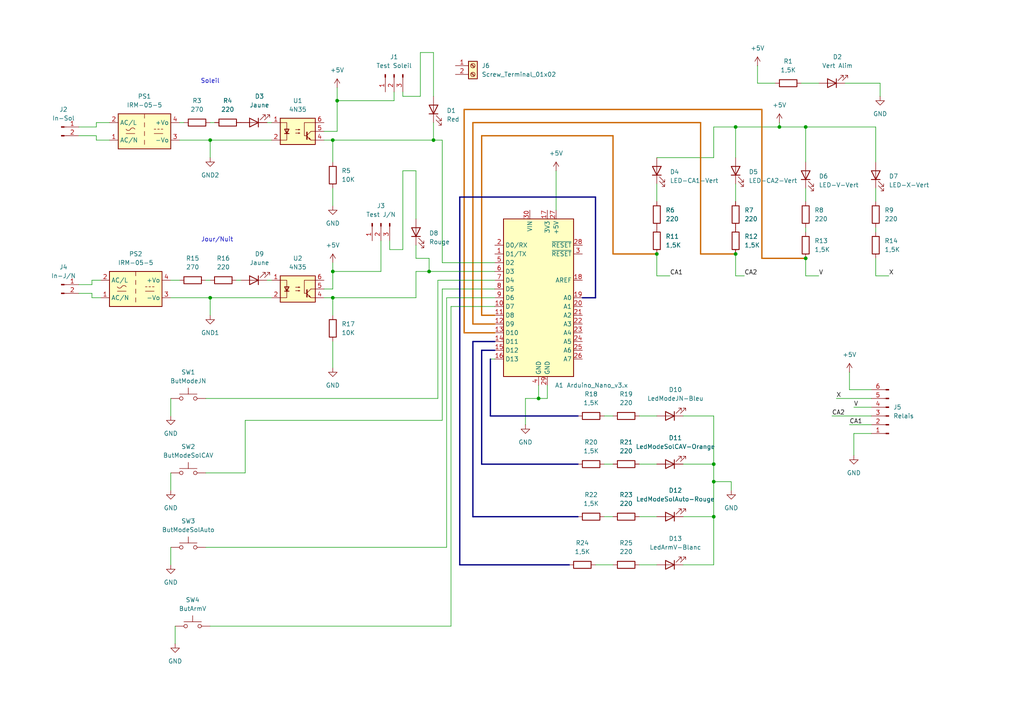
<source format=kicad_sch>
(kicad_sch (version 20231120) (generator "eeschema") (generator_version "8.0")
  (paper "A4")
  (lib_symbols
    (symbol "Connector:Conn_01x02_Pin" (pin_names (offset 1.016) hide)
      (property "Reference" "J" (at 0 2.54 0))
      (property "Value" "Conn_01x02_Pin" (at 0 -5.08 0))
      (symbol "Conn_01x02_Pin_1_1"
        (polyline (pts (xy 1.27 -2.54) (xy 0.8636 -2.54)) (stroke (width 0.1524)))
        (polyline (pts (xy 1.27 0) (xy 0.8636 0)) (stroke (width 0.1524)))
        (rectangle (start 0.8636 -2.413) (end 0 -2.667) (stroke (width 0.1524)) (fill (type outline)))
        (rectangle (start 0.8636 0.127) (end 0 -0.127) (stroke (width 0.1524)) (fill (type outline)))
        (pin passive line (at 5.08 0 180) (length 3.81) (name "Pin_1") (number "1"))
        (pin passive line (at 5.08 -2.54 180) (length 3.81) (name "Pin_2") (number "2"))
      )
    )
    (symbol "Connector:Conn_01x03_Pin" (pin_names (offset 1.016) hide)
      (property "Reference" "J" (at 0 5.08 0))
      (property "Value" "Conn_01x03_Pin" (at 0 -5.08 0))
      (symbol "Conn_01x03_Pin_1_1"
        (polyline (pts (xy 1.27 -2.54) (xy 0.8636 -2.54)) (stroke (width 0.1524)))
        (polyline (pts (xy 1.27 0) (xy 0.8636 0)) (stroke (width 0.1524)))
        (polyline (pts (xy 1.27 2.54) (xy 0.8636 2.54)) (stroke (width 0.1524)))
        (rectangle (start 0.8636 -2.413) (end 0 -2.667) (stroke (width 0.1524)) (fill (type outline)))
        (rectangle (start 0.8636 0.127) (end 0 -0.127) (stroke (width 0.1524)) (fill (type outline)))
        (rectangle (start 0.8636 2.667) (end 0 2.413) (stroke (width 0.1524)) (fill (type outline)))
        (pin passive line (at 5.08 2.54 180) (length 3.81) (name "Pin_1") (number "1"))
        (pin passive line (at 5.08 0 180) (length 3.81) (name "Pin_2") (number "2"))
        (pin passive line (at 5.08 -2.54 180) (length 3.81) (name "Pin_3") (number "3"))
      )
    )
    (symbol "Connector:Conn_01x06_Pin" (pin_names (offset 1.016) hide)
      (property "Reference" "J" (at 0 7.62 0))
      (property "Value" "Conn_01x06_Pin" (at 0 -10.16 0))
      (symbol "Conn_01x06_Pin_1_1"
        (polyline (pts (xy 1.27 -7.62) (xy 0.8636 -7.62)) (stroke (width 0.1524)))
        (polyline (pts (xy 1.27 -5.08) (xy 0.8636 -5.08)) (stroke (width 0.1524)))
        (polyline (pts (xy 1.27 -2.54) (xy 0.8636 -2.54)) (stroke (width 0.1524)))
        (polyline (pts (xy 1.27 0) (xy 0.8636 0)) (stroke (width 0.1524)))
        (polyline (pts (xy 1.27 2.54) (xy 0.8636 2.54)) (stroke (width 0.1524)))
        (polyline (pts (xy 1.27 5.08) (xy 0.8636 5.08)) (stroke (width 0.1524)))
        (rectangle (start 0.8636 -7.493) (end 0 -7.747) (stroke (width 0.1524)) (fill (type outline)))
        (rectangle (start 0.8636 -4.953) (end 0 -5.207) (stroke (width 0.1524)) (fill (type outline)))
        (rectangle (start 0.8636 -2.413) (end 0 -2.667) (stroke (width 0.1524)) (fill (type outline)))
        (rectangle (start 0.8636 0.127) (end 0 -0.127) (stroke (width 0.1524)) (fill (type outline)))
        (rectangle (start 0.8636 2.667) (end 0 2.413) (stroke (width 0.1524)) (fill (type outline)))
        (rectangle (start 0.8636 5.207) (end 0 4.953) (stroke (width 0.1524)) (fill (type outline)))
        (pin passive line (at 5.08 5.08 180) (length 3.81) (name "Pin_1") (number "1"))
        (pin passive line (at 5.08 2.54 180) (length 3.81) (name "Pin_2") (number "2"))
        (pin passive line (at 5.08 0 180) (length 3.81) (name "Pin_3") (number "3"))
        (pin passive line (at 5.08 -2.54 180) (length 3.81) (name "Pin_4") (number "4"))
        (pin passive line (at 5.08 -5.08 180) (length 3.81) (name "Pin_5") (number "5"))
        (pin passive line (at 5.08 -7.62 180) (length 3.81) (name "Pin_6") (number "6"))
      )
    )
    (symbol "Connector:Screw_Terminal_01x02" (pin_names (offset 1.016) hide)
      (property "Reference" "J" (at 0 2.54 0))
      (property "Value" "Screw_Terminal_01x02" (at 0 -5.08 0))
      (symbol "Screw_Terminal_01x02_1_1"
        (rectangle (start -1.27 1.27) (end 1.27 -3.81) (stroke (width 0.254)) (fill (type background)))
        (circle (center 0 -2.54) (radius 0.635) (stroke (width 0.1524)))
        (polyline (pts (xy -0.5334 -2.2098) (xy 0.3302 -3.048)) (stroke (width 0.1524)))
        (polyline (pts (xy -0.5334 0.3302) (xy 0.3302 -0.508)) (stroke (width 0.1524)))
        (polyline (pts (xy -0.3556 -2.032) (xy 0.508 -2.8702)) (stroke (width 0.1524)))
        (polyline (pts (xy -0.3556 0.508) (xy 0.508 -0.3302)) (stroke (width 0.1524)))
        (circle (center 0 0) (radius 0.635) (stroke (width 0.1524)))
        (pin passive line (at -5.08 0 0) (length 3.81) (name "Pin_1") (number "1"))
        (pin passive line (at -5.08 -2.54 0) (length 3.81) (name "Pin_2") (number "2"))
      )
    )
    (symbol "Converter_ACDC:IRM-05-5"
      (property "Reference" "PS" (at 0 6.35 0))
      (property "Value" "IRM-05-5" (at 0 -6.35 0))
      (symbol "IRM-05-5_0_1"
        (rectangle (start -7.62 5.08) (end 7.62 -5.08) (stroke (width 0.254)) (fill (type background)))
        (arc (start -5.334 0.635) (mid -4.699 0.2495) (end -4.064 0.635))
        (arc (start -2.794 0.635) (mid -3.429 1.0072) (end -4.064 0.635))
        (polyline (pts (xy -5.334 -0.635) (xy -2.794 -0.635)))
        (polyline (pts (xy 0 -2.54) (xy 0 -3.81)))
        (polyline (pts (xy 0 0) (xy 0 -1.27)))
        (polyline (pts (xy 0 2.54) (xy 0 1.27)))
        (polyline (pts (xy 0 5.08) (xy 0 3.81)))
        (polyline (pts (xy 2.794 -0.635) (xy 5.334 -0.635)))
        (polyline (pts (xy 2.794 0.635) (xy 3.302 0.635)))
        (polyline (pts (xy 3.81 0.635) (xy 4.318 0.635)))
        (polyline (pts (xy 4.826 0.635) (xy 5.334 0.635)))
      )
      (symbol "IRM-05-5_1_1"
        (pin power_in line (at -10.16 -2.54 0) (length 2.54) (name "AC/N") (number "1"))
        (pin power_in line (at -10.16 2.54 0) (length 2.54) (name "AC/L") (number "2"))
        (pin power_out line (at 10.16 -2.54 180) (length 2.54) (name "-Vo") (number "3"))
        (pin power_out line (at 10.16 2.54 180) (length 2.54) (name "+Vo") (number "4"))
      )
    )
    (symbol "Device:LED" (pin_numbers hide) (pin_names (offset 1.016) hide)
      (property "Reference" "D" (at 0 2.54 0))
      (property "Value" "LED" (at 0 -2.54 0))
      (symbol "LED_0_1"
        (polyline (pts (xy -1.27 -1.27) (xy -1.27 1.27)) (stroke (width 0.254)))
        (polyline (pts (xy -1.27 0) (xy 1.27 0)))
        (polyline (pts (xy 1.27 -1.27) (xy 1.27 1.27) (xy -1.27 0) (xy 1.27 -1.27)) (stroke (width 0.254)))
        (polyline (pts (xy -3.048 -0.762) (xy -4.572 -2.286) (xy -3.81 -2.286) (xy -4.572 -2.286) (xy -4.572 -1.524)))
        (polyline (pts (xy -1.778 -0.762) (xy -3.302 -2.286) (xy -2.54 -2.286) (xy -3.302 -2.286) (xy -3.302 -1.524)))
      )
      (symbol "LED_1_1"
        (pin passive line (at -3.81 0 0) (length 2.54) (name "K") (number "1"))
        (pin passive line (at 3.81 0 180) (length 2.54) (name "A") (number "2"))
      )
    )
    (symbol "Device:R" (pin_numbers hide) (pin_names (offset 0))
      (property "Reference" "R" (at 2.032 0 90))
      (property "Value" "R" (at 0 0 90))
      (symbol "R_0_1"
        (rectangle (start -1.016 -2.54) (end 1.016 2.54) (stroke (width 0.254)))
      )
      (symbol "R_1_1"
        (pin passive line (at 0 3.81 270) (length 1.27) (name "~") (number "1"))
        (pin passive line (at 0 -3.81 90) (length 1.27) (name "~") (number "2"))
      )
    )
    (symbol "Isolator:4N35" (pin_names (offset 1.016))
      (property "Reference" "U" (at -5.08 5.08 0))
      (property "Value" "4N35" (at 0 5.08 0))
      (symbol "4N35_0_1"
        (rectangle (start -5.08 3.81) (end 5.08 -3.81) (stroke (width 0.254)) (fill (type background)))
        (polyline (pts (xy -3.81 -0.635) (xy -2.54 -0.635)) (stroke (width 0.254)))
        (polyline (pts (xy 2.667 -1.397) (xy 3.81 -2.54)))
        (polyline (pts (xy 2.667 -1.143) (xy 3.81 0)))
        (polyline (pts (xy 3.81 -2.54) (xy 5.08 -2.54)))
        (polyline (pts (xy 3.81 0) (xy 5.08 0)))
        (polyline (pts (xy 2.667 -0.254) (xy 2.667 -2.286) (xy 2.667 -2.286)) (stroke (width 0.3556)))
        (polyline (pts (xy -5.08 -2.54) (xy -3.175 -2.54) (xy -3.175 2.54) (xy -5.08 2.54)))
        (polyline (pts (xy -3.175 -0.635) (xy -3.81 0.635) (xy -2.54 0.635) (xy -3.175 -0.635)) (stroke (width 0.254)))
        (polyline (pts (xy 3.683 -2.413) (xy 3.429 -1.905) (xy 3.175 -2.159) (xy 3.683 -2.413)))
        (polyline (pts (xy 5.08 2.54) (xy 1.905 2.54) (xy 1.905 -1.27) (xy 2.54 -1.27)))
        (polyline (pts (xy -0.635 -0.508) (xy 0.635 -0.508) (xy 0.254 -0.635) (xy 0.254 -0.381) (xy 0.635 -0.508)))
        (polyline (pts (xy -0.635 0.508) (xy 0.635 0.508) (xy 0.254 0.381) (xy 0.254 0.635) (xy 0.635 0.508)))
      )
      (symbol "4N35_1_1"
        (pin passive line (at -7.62 2.54 0) (length 2.54) (name "~") (number "1"))
        (pin passive line (at -7.62 -2.54 0) (length 2.54) (name "~") (number "2"))
        (pin no_connect line (at -5.08 0 0) (length 2.54) hide (name "NC") (number "3"))
        (pin passive line (at 7.62 -2.54 180) (length 2.54) (name "~") (number "4"))
        (pin passive line (at 7.62 0 180) (length 2.54) (name "~") (number "5"))
        (pin passive line (at 7.62 2.54 180) (length 2.54) (name "~") (number "6"))
      )
    )
    (symbol "MCU_Module:Arduino_Nano_v3.x"
      (property "Reference" "A" (at -10.16 23.495 0))
      (property "Value" "Arduino_Nano_v3.x" (at 5.08 -24.13 0))
      (symbol "Arduino_Nano_v3.x_0_1"
        (rectangle (start -10.16 22.86) (end 10.16 -22.86) (stroke (width 0.254)) (fill (type background)))
      )
      (symbol "Arduino_Nano_v3.x_1_1"
        (pin bidirectional line (at -12.7 12.7 0) (length 2.54) (name "D1/TX") (number "1"))
        (pin bidirectional line (at -12.7 -2.54 0) (length 2.54) (name "D7") (number "10"))
        (pin bidirectional line (at -12.7 -5.08 0) (length 2.54) (name "D8") (number "11"))
        (pin bidirectional line (at -12.7 -7.62 0) (length 2.54) (name "D9") (number "12"))
        (pin bidirectional line (at -12.7 -10.16 0) (length 2.54) (name "D10") (number "13"))
        (pin bidirectional line (at -12.7 -12.7 0) (length 2.54) (name "D11") (number "14"))
        (pin bidirectional line (at -12.7 -15.24 0) (length 2.54) (name "D12") (number "15"))
        (pin bidirectional line (at -12.7 -17.78 0) (length 2.54) (name "D13") (number "16"))
        (pin power_out line (at 2.54 25.4 270) (length 2.54) (name "3V3") (number "17"))
        (pin input line (at 12.7 5.08 180) (length 2.54) (name "AREF") (number "18"))
        (pin bidirectional line (at 12.7 0 180) (length 2.54) (name "A0") (number "19"))
        (pin bidirectional line (at -12.7 15.24 0) (length 2.54) (name "D0/RX") (number "2"))
        (pin bidirectional line (at 12.7 -2.54 180) (length 2.54) (name "A1") (number "20"))
        (pin bidirectional line (at 12.7 -5.08 180) (length 2.54) (name "A2") (number "21"))
        (pin bidirectional line (at 12.7 -7.62 180) (length 2.54) (name "A3") (number "22"))
        (pin bidirectional line (at 12.7 -10.16 180) (length 2.54) (name "A4") (number "23"))
        (pin bidirectional line (at 12.7 -12.7 180) (length 2.54) (name "A5") (number "24"))
        (pin bidirectional line (at 12.7 -15.24 180) (length 2.54) (name "A6") (number "25"))
        (pin bidirectional line (at 12.7 -17.78 180) (length 2.54) (name "A7") (number "26"))
        (pin power_out line (at 5.08 25.4 270) (length 2.54) (name "+5V") (number "27"))
        (pin input line (at 12.7 15.24 180) (length 2.54) (name "~{RESET}") (number "28"))
        (pin power_in line (at 2.54 -25.4 90) (length 2.54) (name "GND") (number "29"))
        (pin input line (at 12.7 12.7 180) (length 2.54) (name "~{RESET}") (number "3"))
        (pin power_in line (at -2.54 25.4 270) (length 2.54) (name "VIN") (number "30"))
        (pin power_in line (at 0 -25.4 90) (length 2.54) (name "GND") (number "4"))
        (pin bidirectional line (at -12.7 10.16 0) (length 2.54) (name "D2") (number "5"))
        (pin bidirectional line (at -12.7 7.62 0) (length 2.54) (name "D3") (number "6"))
        (pin bidirectional line (at -12.7 5.08 0) (length 2.54) (name "D4") (number "7"))
        (pin bidirectional line (at -12.7 2.54 0) (length 2.54) (name "D5") (number "8"))
        (pin bidirectional line (at -12.7 0 0) (length 2.54) (name "D6") (number "9"))
      )
    )
    (symbol "Switch:SW_Push" (pin_numbers hide) (pin_names (offset 1.016) hide)
      (property "Reference" "SW" (at 1.27 2.54 0))
      (property "Value" "SW_Push" (at 0 -1.524 0))
      (symbol "SW_Push_0_1"
        (circle (center -2.032 0) (radius 0.508))
        (polyline (pts (xy 0 1.27) (xy 0 3.048)))
        (polyline (pts (xy 2.54 1.27) (xy -2.54 1.27)))
        (circle (center 2.032 0) (radius 0.508))
        (pin passive line (at -5.08 0 0) (length 2.54) (name "1") (number "1"))
        (pin passive line (at 5.08 0 180) (length 2.54) (name "2") (number "2"))
      )
    )
    (symbol "power:+5V" (power) (pin_numbers hide) (pin_names (offset 0) hide)
      (property "Value" "+5V" (at 0 3.556 0))
      (symbol "+5V_0_1"
        (polyline (pts (xy -0.762 1.27) (xy 0 2.54)))
        (polyline (pts (xy 0 0) (xy 0 2.54)))
        (polyline (pts (xy 0 2.54) (xy 0.762 1.27)))
      )
      (symbol "+5V_1_1"
        (pin power_in line (at 0 0 90) (length 0) (name "~") (number "1"))
      )
    )
    (symbol "power:GND" (power) (pin_numbers hide) (pin_names (offset 0) hide)
      (property "Value" "GND" (at 0 -3.81 0))
      (symbol "GND_0_1"
        (polyline (pts (xy 0 0) (xy 0 -1.27) (xy 1.27 -1.27) (xy 0 -2.54) (xy -1.27 -1.27) (xy 0 -1.27)))
      )
      (symbol "GND_1_1"
        (pin power_in line (at 0 0 270) (length 0) (name "~") (number "1"))
      )
    )
    (symbol "power:GND1" (power) (pin_numbers hide) (pin_names (offset 0) hide)
      (property "Value" "GND1" (at 0 -3.81 0))
      (symbol "GND1_0_1"
        (polyline (pts (xy 0 0) (xy 0 -1.27) (xy 1.27 -1.27) (xy 0 -2.54) (xy -1.27 -1.27) (xy 0 -1.27)))
      )
      (symbol "GND1_1_1"
        (pin power_in line (at 0 0 270) (length 0) (name "~") (number "1"))
      )
    )
    (symbol "power:GND2" (power) (pin_numbers hide) (pin_names (offset 0) hide)
      (property "Value" "GND2" (at 0 -3.81 0))
      (symbol "GND2_0_1"
        (polyline (pts (xy 0 0) (xy 0 -1.27) (xy 1.27 -1.27) (xy 0 -2.54) (xy -1.27 -1.27) (xy 0 -1.27)))
      )
      (symbol "GND2_1_1"
        (pin power_in line (at 0 0 270) (length 0) (name "~") (number "1"))
      )
    )
  )
  (junction (at 207.01 134.62))
  (junction (at 96.52 86.36))
  (junction (at 124.46 78.74))
  (junction (at 60.96 86.36))
  (junction (at 190.5 73.66))
  (junction (at 97.79 29.21))
  (junction (at 226.06 36.83))
  (junction (at 156.21 115.57))
  (junction (at 213.36 36.83))
  (junction (at 233.68 36.83))
  (junction (at 207.01 139.7))
  (junction (at 125.73 40.64))
  (junction (at 96.52 78.74))
  (junction (at 207.01 149.86))
  (junction (at 96.52 40.64))
  (junction (at 213.36 73.66))
  (junction (at 233.68 74.93))
  (junction (at 60.96 40.64))
  (wire (pts (xy 49.53 158.75) (xy 49.53 163.83)))
  (wire (pts (xy 93.98 86.36) (xy 96.52 86.36)))
  (wire (pts (xy 156.21 111.76) (xy 156.21 115.57)))
  (wire (pts (xy 60.96 86.36) (xy 60.96 91.44)))
  (wire (pts (xy 158.75 111.76) (xy 158.75 115.57)))
  (wire (pts (xy 27.94 35.56) (xy 31.75 35.56)))
  (wire (pts (xy 120.65 49.53) (xy 120.65 63.5)))
  (wire (pts (xy 26.67 82.55) (xy 26.67 81.28)))
  (wire (pts (xy 77.47 35.56) (xy 78.74 35.56)))
  (wire (pts (xy 128.27 83.82) (xy 143.51 83.82)))
  (wire (pts (xy 233.68 80.01) (xy 237.49 80.01)))
  (wire (pts (xy 185.42 163.83) (xy 190.5 163.83)))
  (wire (pts (xy 52.07 35.56) (xy 53.34 35.56)))
  (wire (pts (xy 60.96 35.56) (xy 62.23 35.56)))
  (wire (pts (xy 127 81.28) (xy 143.51 81.28)))
  (wire (pts (xy 198.12 120.65) (xy 207.01 120.65)))
  (wire (pts (xy 233.68 36.83) (xy 233.68 46.99)))
  (wire (pts (xy 198.12 163.83) (xy 207.01 163.83)))
  (wire (pts (xy 246.38 113.03) (xy 252.73 113.03)))
  (wire (pts (xy 129.54 86.36) (xy 129.54 158.75)))
  (wire (pts (xy 78.74 86.36) (xy 60.96 86.36)))
  (wire (pts (xy 207.01 45.72) (xy 190.5 45.72)))
  (wire (pts (xy 233.68 36.83) (xy 226.06 36.83)))
  (wire (pts (xy 233.68 74.93) (xy 233.68 80.01)))
  (wire (pts (xy 213.36 36.83) (xy 213.36 45.72)))
  (wire (pts (xy 113.03 72.39) (xy 116.84 72.39)))
  (wire (pts (xy 114.3 26.67) (xy 114.3 29.21)))
  (wire (pts (xy 247.65 125.73) (xy 247.65 132.08)))
  (wire (pts (xy 177.8 73.66) (xy 190.5 73.66)) (stroke (width 0.381) (color 204 102 0 1)))
  (wire (pts (xy 185.42 120.65) (xy 190.5 120.65)))
  (wire (pts (xy 143.51 93.98) (xy 137.16 93.98)) (stroke (width 0.381) (color 204 102 0 1)))
  (wire (pts (xy 22.86 36.83) (xy 27.94 36.83)))
  (wire (pts (xy 96.52 40.64) (xy 125.73 40.64)))
  (wire (pts (xy 68.58 81.28) (xy 69.85 81.28)))
  (wire (pts (xy 120.65 78.74) (xy 120.65 86.36)))
  (wire (pts (xy 226.06 35.56) (xy 226.06 36.83)))
  (wire (pts (xy 213.36 36.83) (xy 207.01 36.83)))
  (wire (pts (xy 27.94 40.64) (xy 31.75 40.64)))
  (wire (pts (xy 233.68 54.61) (xy 233.68 58.42)))
  (wire (pts (xy 185.42 149.86) (xy 190.5 149.86)))
  (wire (pts (xy 116.84 49.53) (xy 120.65 49.53)))
  (wire (pts (xy 96.52 86.36) (xy 120.65 86.36)))
  (wire (pts (xy 143.51 86.36) (xy 129.54 86.36)))
  (wire (pts (xy 116.84 26.67) (xy 116.84 27.94)))
  (wire (pts (xy 190.5 80.01) (xy 194.31 80.01)))
  (wire (pts (xy 254 36.83) (xy 233.68 36.83)))
  (wire (pts (xy 121.92 15.24) (xy 125.73 15.24)))
  (wire (pts (xy 198.12 149.86) (xy 207.01 149.86)))
  (wire (pts (xy 59.69 137.16) (xy 71.12 137.16)))
  (wire (pts (xy 124.46 74.93) (xy 124.46 78.74)))
  (wire (pts (xy 177.8 39.37) (xy 177.8 73.66)) (stroke (width 0.381) (color 204 102 0 1)))
  (wire (pts (xy 142.24 104.14) (xy 142.24 120.65)) (stroke (width 0.381) (color 0 0 132 1)))
  (wire (pts (xy 120.65 74.93) (xy 124.46 74.93)))
  (wire (pts (xy 139.7 101.6) (xy 143.51 101.6)) (stroke (width 0.381) (color 0 0 132 1)))
  (wire (pts (xy 207.01 149.86) (xy 207.01 139.7)))
  (wire (pts (xy 152.4 115.57) (xy 152.4 123.19)))
  (wire (pts (xy 139.7 134.62) (xy 139.7 101.6)) (stroke (width 0.381) (color 0 0 132 1)))
  (wire (pts (xy 143.51 104.14) (xy 142.24 104.14)))
  (wire (pts (xy 161.29 49.53) (xy 161.29 60.96)))
  (wire (pts (xy 254 80.01) (xy 257.81 80.01)))
  (wire (pts (xy 139.7 39.37) (xy 177.8 39.37)) (stroke (width 0.381) (color 204 102 0 1)))
  (wire (pts (xy 247.65 125.73) (xy 252.73 125.73)))
  (wire (pts (xy 77.47 81.28) (xy 78.74 81.28)))
  (wire (pts (xy 22.86 82.55) (xy 26.67 82.55)))
  (wire (pts (xy 120.65 71.12) (xy 120.65 74.93)))
  (wire (pts (xy 130.81 88.9) (xy 130.81 181.61)))
  (wire (pts (xy 97.79 29.21) (xy 97.79 38.1)))
  (wire (pts (xy 212.09 142.24) (xy 212.09 139.7)))
  (wire (pts (xy 133.35 163.83) (xy 165.1 163.83)) (stroke (width 0.381) (color 0 0 132 1)))
  (wire (pts (xy 143.51 91.44) (xy 139.7 91.44)) (stroke (width 0.381) (color 204 102 0 1)))
  (wire (pts (xy 125.73 40.64) (xy 128.27 40.64)))
  (wire (pts (xy 124.46 78.74) (xy 143.51 78.74)))
  (wire (pts (xy 246.38 123.19) (xy 252.73 123.19)))
  (wire (pts (xy 172.72 86.36) (xy 172.72 57.15)) (stroke (width 0.381) (color 0 0 132 1)))
  (wire (pts (xy 167.64 149.86) (xy 137.16 149.86)) (stroke (width 0.381) (color 0 0 132 1)))
  (wire (pts (xy 137.16 99.06) (xy 143.51 99.06)) (stroke (width 0.381) (color 0 0 132 1)))
  (wire (pts (xy 185.42 134.62) (xy 190.5 134.62)))
  (wire (pts (xy 246.38 107.95) (xy 246.38 113.03)))
  (wire (pts (xy 172.72 57.15) (xy 133.35 57.15)) (stroke (width 0.381) (color 0 0 132 1)))
  (wire (pts (xy 152.4 115.57) (xy 156.21 115.57)))
  (wire (pts (xy 203.2 73.66) (xy 213.36 73.66)) (stroke (width 0.381) (color 204 102 0 1)))
  (wire (pts (xy 134.62 31.75) (xy 220.98 31.75)) (stroke (width 0.381) (color 204 102 0 1)))
  (wire (pts (xy 177.8 134.62) (xy 175.26 134.62)))
  (wire (pts (xy 129.54 158.75) (xy 59.69 158.75)))
  (wire (pts (xy 213.36 73.66) (xy 213.36 80.01)))
  (wire (pts (xy 247.65 118.11) (xy 252.73 118.11)))
  (wire (pts (xy 177.8 149.86) (xy 175.26 149.86)))
  (wire (pts (xy 212.09 139.7) (xy 207.01 139.7)))
  (wire (pts (xy 133.35 57.15) (xy 133.35 163.83)) (stroke (width 0.381) (color 0 0 132 1)))
  (wire (pts (xy 93.98 40.64) (xy 96.52 40.64)))
  (wire (pts (xy 207.01 134.62) (xy 198.12 134.62)))
  (wire (pts (xy 22.86 85.09) (xy 26.67 85.09)))
  (wire (pts (xy 27.94 39.37) (xy 27.94 40.64)))
  (wire (pts (xy 207.01 139.7) (xy 207.01 134.62)))
  (wire (pts (xy 134.62 96.52) (xy 134.62 31.75)) (stroke (width 0.381) (color 204 102 0 1)))
  (wire (pts (xy 128.27 40.64) (xy 128.27 76.2)))
  (wire (pts (xy 52.07 40.64) (xy 60.96 40.64)))
  (wire (pts (xy 26.67 85.09) (xy 26.67 86.36)))
  (wire (pts (xy 213.36 53.34) (xy 213.36 58.42)))
  (wire (pts (xy 130.81 181.61) (xy 60.96 181.61)))
  (wire (pts (xy 241.3 120.65) (xy 252.73 120.65)))
  (wire (pts (xy 207.01 120.65) (xy 207.01 134.62)))
  (wire (pts (xy 127 115.57) (xy 127 81.28)))
  (wire (pts (xy 207.01 163.83) (xy 207.01 149.86)))
  (wire (pts (xy 175.26 120.65) (xy 177.8 120.65)))
  (wire (pts (xy 245.11 24.13) (xy 255.27 24.13)))
  (wire (pts (xy 49.53 81.28) (xy 52.07 81.28)))
  (wire (pts (xy 96.52 86.36) (xy 96.52 91.44)))
  (wire (pts (xy 137.16 93.98) (xy 137.16 35.56)) (stroke (width 0.381) (color 204 102 0 1)))
  (wire (pts (xy 128.27 76.2) (xy 143.51 76.2)))
  (wire (pts (xy 26.67 81.28) (xy 29.21 81.28)))
  (wire (pts (xy 59.69 115.57) (xy 127 115.57)))
  (wire (pts (xy 142.24 120.65) (xy 167.64 120.65)) (stroke (width 0.381) (color 0 0 132 1)))
  (wire (pts (xy 110.49 69.85) (xy 110.49 78.74)))
  (wire (pts (xy 213.36 80.01) (xy 215.9 80.01)))
  (wire (pts (xy 120.65 78.74) (xy 124.46 78.74)))
  (wire (pts (xy 177.8 163.83) (xy 172.72 163.83)))
  (wire (pts (xy 26.67 86.36) (xy 29.21 86.36)))
  (wire (pts (xy 203.2 35.56) (xy 203.2 73.66)) (stroke (width 0.381) (color 204 102 0 1)))
  (wire (pts (xy 190.5 53.34) (xy 190.5 58.42)))
  (wire (pts (xy 139.7 91.44) (xy 139.7 39.37)) (stroke (width 0.381) (color 204 102 0 1)))
  (wire (pts (xy 255.27 24.13) (xy 255.27 27.94)))
  (wire (pts (xy 114.3 29.21) (xy 97.79 29.21)))
  (wire (pts (xy 128.27 121.92) (xy 128.27 83.82)))
  (wire (pts (xy 97.79 25.4) (xy 97.79 29.21)))
  (wire (pts (xy 207.01 36.83) (xy 207.01 45.72)))
  (wire (pts (xy 190.5 80.01) (xy 190.5 73.66)))
  (wire (pts (xy 254 74.93) (xy 254 80.01)))
  (wire (pts (xy 22.86 39.37) (xy 27.94 39.37)))
  (wire (pts (xy 137.16 149.86) (xy 137.16 99.06)) (stroke (width 0.381) (color 0 0 132 1)))
  (wire (pts (xy 27.94 36.83) (xy 27.94 35.56)))
  (wire (pts (xy 121.92 27.94) (xy 121.92 15.24)))
  (wire (pts (xy 78.74 40.64) (xy 60.96 40.64)))
  (wire (pts (xy 96.52 78.74) (xy 96.52 83.82)))
  (wire (pts (xy 156.21 115.57) (xy 158.75 115.57)))
  (wire (pts (xy 219.71 19.05) (xy 219.71 24.13)))
  (wire (pts (xy 50.8 181.61) (xy 50.8 186.69)))
  (wire (pts (xy 96.52 99.06) (xy 96.52 106.68)))
  (wire (pts (xy 220.98 74.93) (xy 233.68 74.93)) (stroke (width 0.381) (color 204 102 0 1)))
  (wire (pts (xy 219.71 24.13) (xy 224.79 24.13)))
  (wire (pts (xy 49.53 115.57) (xy 49.53 120.65)))
  (wire (pts (xy 96.52 76.2) (xy 96.52 78.74)))
  (wire (pts (xy 71.12 137.16) (xy 71.12 121.92)))
  (wire (pts (xy 60.96 40.64) (xy 60.96 45.72)))
  (wire (pts (xy 254 36.83) (xy 254 46.99)))
  (wire (pts (xy 167.64 134.62) (xy 139.7 134.62)) (stroke (width 0.381) (color 0 0 132 1)))
  (wire (pts (xy 93.98 38.1) (xy 97.79 38.1)))
  (wire (pts (xy 168.91 86.36) (xy 172.72 86.36)) (stroke (width 0.381) (color 0 0 132 1)))
  (wire (pts (xy 96.52 78.74) (xy 110.49 78.74)))
  (wire (pts (xy 116.84 72.39) (xy 116.84 49.53)))
  (wire (pts (xy 254 54.61) (xy 254 58.42)))
  (wire (pts (xy 125.73 15.24) (xy 125.73 27.94)))
  (wire (pts (xy 242.57 115.57) (xy 252.73 115.57)))
  (wire (pts (xy 137.16 35.56) (xy 203.2 35.56)) (stroke (width 0.381) (color 204 102 0 1)))
  (wire (pts (xy 49.53 137.16) (xy 49.53 142.24)))
  (wire (pts (xy 220.98 31.75) (xy 220.98 74.93)) (stroke (width 0.381) (color 204 102 0 1)))
  (wire (pts (xy 226.06 36.83) (xy 213.36 36.83)))
  (wire (pts (xy 233.68 66.04) (xy 233.68 67.31)))
  (wire (pts (xy 143.51 96.52) (xy 134.62 96.52)) (stroke (width 0.381) (color 204 102 0 1)))
  (wire (pts (xy 232.41 24.13) (xy 237.49 24.13)))
  (wire (pts (xy 71.12 121.92) (xy 128.27 121.92)))
  (wire (pts (xy 59.69 81.28) (xy 60.96 81.28)))
  (wire (pts (xy 93.98 83.82) (xy 96.52 83.82)))
  (wire (pts (xy 254 66.04) (xy 254 67.31)))
  (wire (pts (xy 143.51 88.9) (xy 130.81 88.9)))
  (wire (pts (xy 96.52 40.64) (xy 96.52 46.99)))
  (wire (pts (xy 113.03 69.85) (xy 113.03 72.39)))
  (wire (pts (xy 96.52 54.61) (xy 96.52 59.69)))
  (wire (pts (xy 49.53 86.36) (xy 60.96 86.36)))
  (wire (pts (xy 116.84 27.94) (xy 121.92 27.94)))
  (wire (pts (xy 125.73 35.56) (xy 125.73 40.64)))
  (text "Jour/Nuit" (at 62.992 69.596 0) (effects (font (size 1.27 1.27))))
  (text "Soleil" (at 60.96 23.622 0) (effects (font (size 1.27 1.27))))
  (label "CA2" (at 241.3 120.65 0))
  (label "CA1" (at 194.31 80.01 0))
  (label "X" (at 242.57 115.57 0))
  (label "CA1" (at 246.38 123.19 0))
  (label "V" (at 237.49 80.01 0))
  (label "V" (at 247.65 118.11 0))
  (label "CA2" (at 215.9 80.01 0))
  (label "X" (at 257.81 80.01 0))
  (symbol (lib_id "Device:R") (at 171.45 134.62 90) (unit 1)
    (property "Reference" "R20" (at 171.45 128.27 90))
    (property "Value" "1,5K" (at 171.45 130.81 90))
    (property "Description" "Resistor" (effects (hide yes)))
  )
  (symbol (lib_id "Device:LED") (at 254 50.8 90) (unit 1)
    (property "Reference" "D7" (at 257.81 51.1174 90) (effects (justify right)))
    (property "Value" "LED-X-Vert" (at 257.81 53.6574 90) (effects (justify right)))
    (property "Description" "Light emitting diode" (effects (hide yes)))
  )
  (symbol (lib_id "Device:R") (at 233.68 62.23 0) (unit 1)
    (property "Reference" "R8" (at 236.22 60.9599 0) (effects (justify left)))
    (property "Value" "220" (at 236.22 63.4999 0) (effects (justify left)))
    (property "Description" "Resistor" (effects (hide yes)))
  )
  (symbol (lib_id "Switch:SW_Push") (at 54.61 137.16 0) (unit 1)
    (property "Reference" "SW2" (at 54.61 129.54 0))
    (property "Value" "ButModeSolCAV" (at 54.61 132.08 0))
    (property "Description" "Push button switch, generic, two pins" (effects (hide yes)))
  )
  (symbol (lib_id "Device:R") (at 96.52 50.8 0) (unit 1)
    (property "Reference" "R5" (at 99.06 49.5299 0) (effects (justify left)))
    (property "Value" "10K" (at 99.06 52.0699 0) (effects (justify left)))
    (property "Description" "Resistor" (effects (hide yes)))
  )
  (symbol (lib_id "Isolator:4N35") (at 86.36 83.82 0) (unit 1)
    (property "Reference" "U2" (at 86.36 74.93 0))
    (property "Value" "4N35" (at 86.36 77.47 0))
    (property "Footprint" "Package_DIP:DIP-6_W7.62mm" (effects (hide yes)))
    (property "Datasheet" "https://www.vishay.com/docs/81181/4n35.pdf" (effects (hide yes)))
    (property "Description" "Optocoupler, Phototransistor Output, with Base Connection, Vce 70V, CTR 100%, Viso 5000V, DIP6" (effects (hide yes)))
  )
  (symbol (lib_id "power:GND") (at 96.52 106.68 0) (unit 1)
    (property "Reference" "#PWR010" (effects (hide yes)))
    (property "Value" "GND" (at 96.52 111.76 0))
    (property "Description" "Power symbol creates a global label with name \"GND\" , ground" (effects (hide yes)))
  )
  (symbol (lib_id "Device:R") (at 181.61 149.86 90) (unit 1)
    (property "Reference" "R23" (at 181.61 143.51 90))
    (property "Value" "220" (at 181.61 146.05 90))
    (property "Description" "Resistor" (effects (hide yes)))
  )
  (symbol (lib_id "power:+5V") (at 96.52 76.2 0) (unit 1)
    (property "Reference" "#PWR08" (effects (hide yes)))
    (property "Value" "+5V" (at 96.52 71.12 0))
    (property "Description" "Power symbol creates a global label with name \"+5V\"" (effects (hide yes)))
  )
  (symbol (lib_id "power:GND") (at 255.27 27.94 0) (unit 1)
    (property "Reference" "#PWR03" (effects (hide yes)))
    (property "Value" "GND" (at 255.27 33.02 0))
    (property "Description" "Power symbol creates a global label with name \"GND\" , ground" (effects (hide yes)))
  )
  (symbol (lib_id "power:GND") (at 212.09 142.24 0) (unit 1)
    (property "Reference" "#PWR016" (effects (hide yes)))
    (property "Value" "GND" (at 212.09 147.32 0))
    (property "Description" "Power symbol creates a global label with name \"GND\" , ground" (effects (hide yes)))
  )
  (symbol (lib_id "Device:R") (at 254 71.12 0) (unit 1)
    (property "Reference" "R14" (at 256.54 69.8499 0) (effects (justify left)))
    (property "Value" "1,5K" (at 256.54 72.3899 0) (effects (justify left)))
    (property "Description" "Resistor" (effects (hide yes)))
  )
  (symbol (lib_id "Connector:Conn_01x03_Pin") (at 114.3 21.59 90) (mirror x) (unit 1)
    (property "Reference" "J1" (at 114.3 16.51 90))
    (property "Value" "Test Soleil" (at 114.3 19.05 90))
    (property "Description" "Generic connector, single row, 01x03, script generated" (effects (hide yes)))
  )
  (symbol (lib_id "Device:R") (at 181.61 134.62 90) (unit 1)
    (property "Reference" "R21" (at 181.61 128.27 90))
    (property "Value" "220" (at 181.61 130.81 90))
    (property "Description" "Resistor" (effects (hide yes)))
  )
  (symbol (lib_id "Connector:Conn_01x06_Pin") (at 257.81 120.65 180) (unit 1)
    (property "Reference" "J5" (at 259.08 118.1099 0) (effects (justify right)))
    (property "Value" "Relais" (at 259.08 120.6499 0) (effects (justify right)))
    (property "Description" "Generic connector, single row, 01x06, script generated" (effects (hide yes)))
  )
  (symbol (lib_id "power:GND2") (at 60.96 45.72 0) (unit 1)
    (property "Reference" "#PWR05" (effects (hide yes)))
    (property "Value" "GND2" (at 60.96 50.8 0))
    (property "Description" "Power symbol creates a global label with name \"GND2\" , ground" (effects (hide yes)))
  )
  (symbol (lib_id "power:+5V") (at 219.71 19.05 0) (unit 1)
    (property "Reference" "#PWR01" (effects (hide yes)))
    (property "Value" "+5V" (at 219.71 13.97 0))
    (property "Description" "Power symbol creates a global label with name \"+5V\"" (effects (hide yes)))
  )
  (symbol (lib_id "Device:R") (at 213.36 69.85 0) (unit 1)
    (property "Reference" "R12" (at 215.9 68.5799 0) (effects (justify left)))
    (property "Value" "1,5K" (at 215.9 71.1199 0) (effects (justify left)))
    (property "Description" "Resistor" (effects (hide yes)))
  )
  (symbol (lib_id "Device:LED") (at 125.73 31.75 90) (unit 1)
    (property "Reference" "D1" (at 129.54 32.0674 90) (effects (justify right)))
    (property "Value" "Red" (at 129.54 34.6074 90) (effects (justify right)))
    (property "Description" "Light emitting diode" (effects (hide yes)))
  )
  (symbol (lib_id "Device:LED") (at 73.66 35.56 180) (unit 1)
    (property "Reference" "D3" (at 75.2475 27.94 0))
    (property "Value" "Jaune" (at 75.2475 30.48 0))
    (property "Description" "Light emitting diode" (effects (hide yes)))
  )
  (symbol (lib_id "Switch:SW_Push") (at 55.88 181.61 0) (unit 1)
    (property "Reference" "SW4" (at 55.88 173.99 0))
    (property "Value" "ButArmV" (at 55.88 176.53 0))
    (property "Description" "Push button switch, generic, two pins" (effects (hide yes)))
  )
  (symbol (lib_id "power:GND1") (at 60.96 91.44 0) (unit 1)
    (property "Reference" "#PWR09" (effects (hide yes)))
    (property "Value" "GND1" (at 60.96 96.52 0))
    (property "Description" "Power symbol creates a global label with name \"GND1\" , ground" (effects (hide yes)))
  )
  (symbol (lib_id "Device:R") (at 96.52 95.25 0) (unit 1)
    (property "Reference" "R17" (at 99.06 93.9799 0) (effects (justify left)))
    (property "Value" "10K" (at 99.06 96.5199 0) (effects (justify left)))
    (property "Description" "Resistor" (effects (hide yes)))
  )
  (symbol (lib_id "Connector:Conn_01x02_Pin") (at 17.78 36.83 0) (unit 1)
    (property "Reference" "J2" (at 18.415 31.75 0))
    (property "Value" "In-Sol" (at 18.415 34.29 0))
    (property "Description" "Generic connector, single row, 01x02, script generated" (effects (hide yes)))
  )
  (symbol (lib_id "power:+5V") (at 226.06 35.56 0) (unit 1)
    (property "Reference" "#PWR04" (effects (hide yes)))
    (property "Value" "+5V" (at 226.06 30.48 0))
    (property "Description" "Power symbol creates a global label with name \"+5V\"" (effects (hide yes)))
  )
  (symbol (lib_id "Connector:Conn_01x03_Pin") (at 110.49 64.77 90) (mirror x) (unit 1)
    (property "Reference" "J3" (at 110.49 59.69 90))
    (property "Value" "Test J/N" (at 110.49 62.23 90))
    (property "Description" "Generic connector, single row, 01x03, script generated" (effects (hide yes)))
  )
  (symbol (lib_id "power:GND") (at 247.65 132.08 0) (unit 1)
    (property "Reference" "#PWR014" (effects (hide yes)))
    (property "Value" "GND" (at 247.65 137.16 0))
    (property "Description" "Power symbol creates a global label with name \"GND\" , ground" (effects (hide yes)))
  )
  (symbol (lib_id "power:GND") (at 49.53 142.24 0) (unit 1)
    (property "Reference" "#PWR015" (effects (hide yes)))
    (property "Value" "GND" (at 49.53 147.32 0))
    (property "Description" "Power symbol creates a global label with name \"GND\" , ground" (effects (hide yes)))
  )
  (symbol (lib_id "Device:R") (at 64.77 81.28 90) (unit 1)
    (property "Reference" "R16" (at 64.77 74.93 90))
    (property "Value" "220" (at 64.77 77.47 90))
    (property "Description" "Resistor" (effects (hide yes)))
    (property "Sim.Device" "R" (effects (hide yes)))
    (property "Sim.Pins" "1=+ 2=-" (effects (hide yes)))
  )
  (symbol (lib_id "Connector:Conn_01x02_Pin") (at 17.78 82.55 0) (unit 1)
    (property "Reference" "J4" (at 18.415 77.47 0))
    (property "Value" "In-J/N" (at 18.415 80.01 0))
    (property "Description" "Generic connector, single row, 01x02, script generated" (effects (hide yes)))
  )
  (symbol (lib_id "Isolator:4N35") (at 86.36 38.1 0) (unit 1)
    (property "Reference" "U1" (at 86.36 29.21 0))
    (property "Value" "4N35" (at 86.36 31.75 0))
    (property "Footprint" "Package_DIP:DIP-6_W7.62mm" (effects (hide yes)))
    (property "Datasheet" "https://www.vishay.com/docs/81181/4n35.pdf" (effects (hide yes)))
    (property "Description" "Optocoupler, Phototransistor Output, with Base Connection, Vce 70V, CTR 100%, Viso 5000V, DIP6" (effects (hide yes)))
  )
  (symbol (lib_id "Device:R") (at 57.15 35.56 90) (unit 1)
    (property "Reference" "R3" (at 57.15 29.21 90))
    (property "Value" "270" (at 57.15 31.75 90))
    (property "Description" "Resistor" (effects (hide yes)))
    (property "Sim.Device" "R" (effects (hide yes)))
    (property "Sim.Pins" "1=+ 2=-" (effects (hide yes)))
  )
  (symbol (lib_id "Connector:Screw_Terminal_01x02") (at 137.16 19.05 0) (unit 1)
    (property "Reference" "J6" (at 139.7 19.0499 0) (effects (justify left)))
    (property "Value" "Screw_Terminal_01x02" (at 139.7 21.5899 0) (effects (justify left)))
    (property "Footprint" "Connector_Phoenix_MSTB:PhoenixContact_MSTBA_2,5_2-G_1x02_P5.00mm_Horizontal" (effects (hide yes)))
    (property "Description" "Generic screw terminal, single row, 01x02, script generated (kicad-library-utils/schlib/autogen/connector/)" (effects (hide yes)))
  )
  (symbol (lib_id "power:GND") (at 96.52 59.69 0) (unit 1)
    (property "Reference" "#PWR07" (effects (hide yes)))
    (property "Value" "GND" (at 96.52 64.77 0))
    (property "Description" "Power symbol creates a global label with name \"GND\" , ground" (effects (hide yes)))
  )
  (symbol (lib_id "Switch:SW_Push") (at 54.61 115.57 0) (unit 1)
    (property "Reference" "SW1" (at 54.61 107.95 0))
    (property "Value" "ButModeJN" (at 54.61 110.49 0))
    (property "Description" "Push button switch, generic, two pins" (effects (hide yes)))
  )
  (symbol (lib_id "Device:R") (at 213.36 62.23 0) (unit 1)
    (property "Reference" "R7" (at 215.9 60.9599 0) (effects (justify left)))
    (property "Value" "220" (at 215.9 63.4999 0) (effects (justify left)))
    (property "Description" "Resistor" (effects (hide yes)))
  )
  (symbol (lib_id "power:GND") (at 152.4 123.19 0) (unit 1)
    (property "Reference" "#PWR013" (effects (hide yes)))
    (property "Value" "GND" (at 152.4 128.27 0))
    (property "Description" "Power symbol creates a global label with name \"GND\" , ground" (effects (hide yes)))
  )
  (symbol (lib_id "Device:R") (at 181.61 163.83 90) (unit 1)
    (property "Reference" "R25" (at 181.61 157.48 90))
    (property "Value" "220" (at 181.61 160.02 90))
    (property "Description" "Resistor" (effects (hide yes)))
  )
  (symbol (lib_id "MCU_Module:Arduino_Nano_v3.x") (at 156.21 86.36 0) (unit 1)
    (property "Reference" "A1" (at 160.9441 111.76 0) (effects (justify left)))
    (property "Value" "Arduino_Nano_v3.x" (at 164.338 111.76 0) (effects (justify left)))
    (property "Footprint" "Module:Arduino_Nano" (effects (hide yes)))
    (property "Datasheet" "http://www.mouser.com/pdfdocs/Gravitech_Arduino_Nano3_0.pdf" (effects (hide yes)))
    (property "Description" "Arduino Nano v3.x" (effects (hide yes)))
  )
  (symbol (lib_id "Device:LED") (at 73.66 81.28 180) (unit 1)
    (property "Reference" "D9" (at 75.2475 73.66 0))
    (property "Value" "Jaune" (at 75.2475 76.2 0))
    (property "Description" "Light emitting diode" (effects (hide yes)))
  )
  (symbol (lib_id "power:+5V") (at 246.38 107.95 0) (unit 1)
    (property "Reference" "#PWR011" (effects (hide yes)))
    (property "Value" "+5V" (at 246.38 102.87 0))
    (property "Description" "Power symbol creates a global label with name \"+5V\"" (effects (hide yes)))
  )
  (symbol (lib_id "power:GND") (at 50.8 186.69 0) (unit 1)
    (property "Reference" "#PWR018" (effects (hide yes)))
    (property "Value" "GND" (at 50.8 191.77 0))
    (property "Description" "Power symbol creates a global label with name \"GND\" , ground" (effects (hide yes)))
  )
  (symbol (lib_id "Device:LED") (at 241.3 24.13 180) (unit 1)
    (property "Reference" "D2" (at 242.8875 16.51 0))
    (property "Value" "Vert Alim" (at 242.8875 19.05 0))
    (property "Description" "Light emitting diode" (effects (hide yes)))
  )
  (symbol (lib_id "Device:LED") (at 233.68 50.8 90) (unit 1)
    (property "Reference" "D6" (at 237.49 51.1174 90) (effects (justify right)))
    (property "Value" "LED-V-Vert" (at 237.49 53.6574 90) (effects (justify right)))
    (property "Description" "Light emitting diode" (effects (hide yes)))
  )
  (symbol (lib_id "Device:R") (at 254 62.23 0) (unit 1)
    (property "Reference" "R9" (at 256.54 60.9599 0) (effects (justify left)))
    (property "Value" "220" (at 256.54 63.4999 0) (effects (justify left)))
    (property "Description" "Resistor" (effects (hide yes)))
  )
  (symbol (lib_id "Device:R") (at 168.91 163.83 90) (unit 1)
    (property "Reference" "R24" (at 168.91 157.48 90))
    (property "Value" "1,5K" (at 168.91 160.02 90))
    (property "Description" "Resistor" (effects (hide yes)))
  )
  (symbol (lib_id "Device:LED") (at 120.65 67.31 90) (unit 1)
    (property "Reference" "D8" (at 124.46 67.6274 90) (effects (justify right)))
    (property "Value" "Rouge" (at 124.46 70.1674 90) (effects (justify right)))
    (property "Description" "Light emitting diode" (effects (hide yes)))
  )
  (symbol (lib_id "Device:R") (at 66.04 35.56 90) (unit 1)
    (property "Reference" "R4" (at 66.04 29.21 90))
    (property "Value" "220" (at 66.04 31.75 90))
    (property "Description" "Resistor" (effects (hide yes)))
    (property "Sim.Device" "R" (effects (hide yes)))
    (property "Sim.Pins" "1=+ 2=-" (effects (hide yes)))
  )
  (symbol (lib_id "Device:R") (at 190.5 62.23 0) (unit 1)
    (property "Reference" "R6" (at 193.04 60.9599 0) (effects (justify left)))
    (property "Value" "220" (at 193.04 63.4999 0) (effects (justify left)))
    (property "Description" "Resistor" (effects (hide yes)))
  )
  (symbol (lib_id "Device:R") (at 233.68 71.12 0) (unit 1)
    (property "Reference" "R13" (at 236.22 69.8499 0) (effects (justify left)))
    (property "Value" "1,5K" (at 236.22 72.3899 0) (effects (justify left)))
    (property "Description" "Resistor" (effects (hide yes)))
  )
  (symbol (lib_id "Converter_ACDC:IRM-05-5") (at 41.91 38.1 0) (unit 1)
    (property "Reference" "PS1" (at 41.91 27.94 0))
    (property "Value" "IRM-05-5" (at 41.91 30.48 0))
    (property "Footprint" "Converter_ACDC:Converter_ACDC_MeanWell_IRM-05-xx_THT" (effects (hide yes)))
    (property "Datasheet" "https://www.meanwell.com/Upload/PDF/IRM-05/IRM-05-SPEC.PDF" (effects (hide yes)))
    (property "Description" "5V, 1A, 5W, Isolated, AC-DC, 222A(IRM05)" (effects (hide yes)))
  )
  (symbol (lib_id "Converter_ACDC:IRM-05-5") (at 39.37 83.82 0) (unit 1)
    (property "Reference" "PS2" (at 39.37 73.66 0))
    (property "Value" "IRM-05-5" (at 39.37 76.2 0))
    (property "Footprint" "Converter_ACDC:Converter_ACDC_MeanWell_IRM-05-xx_THT" (effects (hide yes)))
    (property "Datasheet" "https://www.meanwell.com/Upload/PDF/IRM-05/IRM-05-SPEC.PDF" (effects (hide yes)))
    (property "Description" "5V, 1A, 5W, Isolated, AC-DC, 222A(IRM05)" (effects (hide yes)))
  )
  (symbol (lib_id "Device:LED") (at 194.31 134.62 180) (unit 1)
    (property "Reference" "D11" (at 195.8975 127 0))
    (property "Value" "LedModeSolCAV-Orange" (at 195.8975 129.54 0))
    (property "Description" "Light emitting diode" (effects (hide yes)))
  )
  (symbol (lib_id "power:+5V") (at 161.29 49.53 0) (unit 1)
    (property "Reference" "#PWR06" (effects (hide yes)))
    (property "Value" "+5V" (at 161.29 44.45 0))
    (property "Description" "Power symbol creates a global label with name \"+5V\"" (effects (hide yes)))
  )
  (symbol (lib_id "Device:LED") (at 213.36 49.53 90) (unit 1)
    (property "Reference" "D5" (at 217.17 49.8474 90) (effects (justify right)))
    (property "Value" "LED-CA2-Vert" (at 217.17 52.3874 90) (effects (justify right)))
    (property "Description" "Light emitting diode" (effects (hide yes)))
  )
  (symbol (lib_id "Switch:SW_Push") (at 54.61 158.75 0) (unit 1)
    (property "Reference" "SW3" (at 54.61 151.13 0))
    (property "Value" "ButModeSolAuto" (at 54.61 153.67 0))
    (property "Description" "Push button switch, generic, two pins" (effects (hide yes)))
  )
  (symbol (lib_id "power:+5V") (at 97.79 25.4 0) (unit 1)
    (property "Reference" "#PWR02" (effects (hide yes)))
    (property "Value" "+5V" (at 97.79 20.32 0))
    (property "Description" "Power symbol creates a global label with name \"+5V\"" (effects (hide yes)))
  )
  (symbol (lib_id "Device:LED") (at 194.31 163.83 180) (unit 1)
    (property "Reference" "D13" (at 195.8975 156.21 0))
    (property "Value" "LedArmV-Blanc" (at 195.8975 158.75 0))
    (property "Description" "Light emitting diode" (effects (hide yes)))
  )
  (symbol (lib_id "Device:LED") (at 190.5 49.53 90) (unit 1)
    (property "Reference" "D4" (at 194.31 49.8474 90) (effects (justify right)))
    (property "Value" "LED-CA1-Vert" (at 194.31 52.3874 90) (effects (justify right)))
    (property "Description" "Light emitting diode" (effects (hide yes)))
  )
  (symbol (lib_id "Device:LED") (at 194.31 149.86 180) (unit 1)
    (property "Reference" "D12" (at 195.8975 142.24 0))
    (property "Value" "LedModeSolAuto-Rouge" (at 195.8975 144.78 0))
    (property "Description" "Light emitting diode" (effects (hide yes)))
  )
  (symbol (lib_id "Device:R") (at 190.5 69.85 0) (unit 1)
    (property "Reference" "R11" (at 193.04 68.5799 0) (effects (justify left)))
    (property "Value" "1,5K" (at 193.04 71.1199 0) (effects (justify left)))
    (property "Description" "Resistor" (effects (hide yes)))
  )
  (symbol (lib_id "power:GND") (at 49.53 163.83 0) (unit 1)
    (property "Reference" "#PWR017" (effects (hide yes)))
    (property "Value" "GND" (at 49.53 168.91 0))
    (property "Description" "Power symbol creates a global label with name \"GND\" , ground" (effects (hide yes)))
  )
  (symbol (lib_id "power:GND") (at 49.53 120.65 0) (unit 1)
    (property "Reference" "#PWR012" (effects (hide yes)))
    (property "Value" "GND" (at 49.53 125.73 0))
    (property "Description" "Power symbol creates a global label with name \"GND\" , ground" (effects (hide yes)))
  )
  (symbol (lib_id "Device:R") (at 181.61 120.65 90) (unit 1)
    (property "Reference" "R19" (at 181.61 114.3 90))
    (property "Value" "220" (at 181.61 116.84 90))
    (property "Description" "Resistor" (effects (hide yes)))
  )
  (symbol (lib_id "Device:R") (at 55.88 81.28 90) (unit 1)
    (property "Reference" "R15" (at 55.88 74.93 90))
    (property "Value" "270" (at 55.88 77.47 90))
    (property "Description" "Resistor" (effects (hide yes)))
    (property "Sim.Device" "R" (effects (hide yes)))
    (property "Sim.Pins" "1=+ 2=-" (effects (hide yes)))
  )
  (symbol (lib_id "Device:R") (at 171.45 120.65 90) (unit 1)
    (property "Reference" "R18" (at 171.45 114.3 90))
    (property "Value" "1,5K" (at 171.45 116.84 90))
    (property "Description" "Resistor" (effects (hide yes)))
  )
  (symbol (lib_id "Device:R") (at 171.45 149.86 90) (unit 1)
    (property "Reference" "R22" (at 171.45 143.51 90))
    (property "Value" "1,5K" (at 171.45 146.05 90))
    (property "Description" "Resistor" (effects (hide yes)))
  )
  (symbol (lib_id "Device:R") (at 228.6 24.13 90) (unit 1)
    (property "Reference" "R1" (at 228.6 17.78 90))
    (property "Value" "1,5K" (at 228.6 20.32 90))
    (property "Description" "Resistor" (effects (hide yes)))
  )
  (symbol (lib_id "Device:LED") (at 194.31 120.65 180) (unit 1)
    (property "Reference" "D10" (at 195.8975 113.03 0))
    (property "Value" "LedModeJN-Bleu" (at 195.8975 115.57 0))
    (property "Description" "Light emitting diode" (effects (hide yes)))
  )
)
</source>
